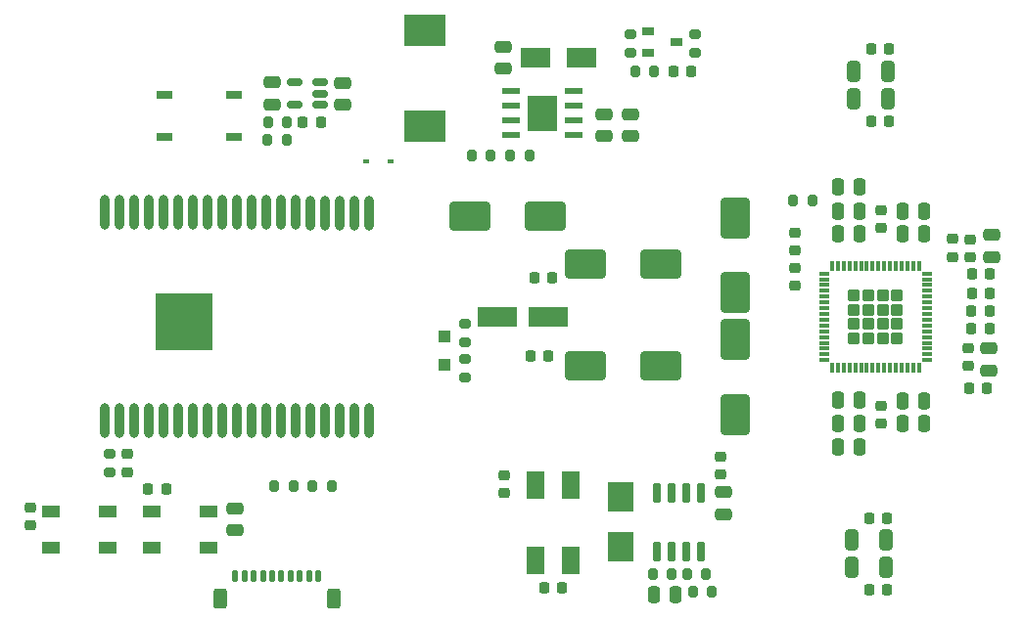
<source format=gbr>
G04 #@! TF.GenerationSoftware,KiCad,Pcbnew,(6.0.5-0)*
G04 #@! TF.CreationDate,2022-06-13T22:11:16+02:00*
G04 #@! TF.ProjectId,muVox,6d75566f-782e-46b6-9963-61645f706362,rev?*
G04 #@! TF.SameCoordinates,Original*
G04 #@! TF.FileFunction,Paste,Top*
G04 #@! TF.FilePolarity,Positive*
%FSLAX46Y46*%
G04 Gerber Fmt 4.6, Leading zero omitted, Abs format (unit mm)*
G04 Created by KiCad (PCBNEW (6.0.5-0)) date 2022-06-13 22:11:16*
%MOMM*%
%LPD*%
G01*
G04 APERTURE LIST*
G04 Aperture macros list*
%AMRoundRect*
0 Rectangle with rounded corners*
0 $1 Rounding radius*
0 $2 $3 $4 $5 $6 $7 $8 $9 X,Y pos of 4 corners*
0 Add a 4 corners polygon primitive as box body*
4,1,4,$2,$3,$4,$5,$6,$7,$8,$9,$2,$3,0*
0 Add four circle primitives for the rounded corners*
1,1,$1+$1,$2,$3*
1,1,$1+$1,$4,$5*
1,1,$1+$1,$6,$7*
1,1,$1+$1,$8,$9*
0 Add four rect primitives between the rounded corners*
20,1,$1+$1,$2,$3,$4,$5,0*
20,1,$1+$1,$4,$5,$6,$7,0*
20,1,$1+$1,$6,$7,$8,$9,0*
20,1,$1+$1,$8,$9,$2,$3,0*%
G04 Aperture macros list end*
%ADD10RoundRect,0.250000X-0.475000X0.250000X-0.475000X-0.250000X0.475000X-0.250000X0.475000X0.250000X0*%
%ADD11RoundRect,0.225000X-0.225000X-0.250000X0.225000X-0.250000X0.225000X0.250000X-0.225000X0.250000X0*%
%ADD12RoundRect,0.225000X-0.250000X0.225000X-0.250000X-0.225000X0.250000X-0.225000X0.250000X0.225000X0*%
%ADD13RoundRect,0.250000X0.475000X-0.250000X0.475000X0.250000X-0.475000X0.250000X-0.475000X-0.250000X0*%
%ADD14RoundRect,0.218750X-0.218750X-0.256250X0.218750X-0.256250X0.218750X0.256250X-0.218750X0.256250X0*%
%ADD15R,1.498600X2.489200*%
%ADD16RoundRect,0.150000X0.150000X-0.725000X0.150000X0.725000X-0.150000X0.725000X-0.150000X-0.725000X0*%
%ADD17R,1.000000X0.700000*%
%ADD18RoundRect,0.200000X-0.200000X-0.275000X0.200000X-0.275000X0.200000X0.275000X-0.200000X0.275000X0*%
%ADD19RoundRect,0.200000X0.200000X0.275000X-0.200000X0.275000X-0.200000X-0.275000X0.200000X-0.275000X0*%
%ADD20RoundRect,0.200000X0.275000X-0.200000X0.275000X0.200000X-0.275000X0.200000X-0.275000X-0.200000X0*%
%ADD21R,1.450000X0.700000*%
%ADD22RoundRect,0.150000X0.512500X0.150000X-0.512500X0.150000X-0.512500X-0.150000X0.512500X-0.150000X0*%
%ADD23RoundRect,0.250000X0.250000X0.475000X-0.250000X0.475000X-0.250000X-0.475000X0.250000X-0.475000X0*%
%ADD24RoundRect,0.225000X0.250000X-0.225000X0.250000X0.225000X-0.250000X0.225000X-0.250000X-0.225000X0*%
%ADD25RoundRect,0.250000X-1.500000X-1.000000X1.500000X-1.000000X1.500000X1.000000X-1.500000X1.000000X0*%
%ADD26RoundRect,0.250000X1.000000X-1.500000X1.000000X1.500000X-1.000000X1.500000X-1.000000X-1.500000X0*%
%ADD27R,1.000000X1.000000*%
%ADD28RoundRect,0.225000X0.225000X0.250000X-0.225000X0.250000X-0.225000X-0.250000X0.225000X-0.250000X0*%
%ADD29RoundRect,0.200000X-0.275000X0.200000X-0.275000X-0.200000X0.275000X-0.200000X0.275000X0.200000X0*%
%ADD30RoundRect,0.250000X1.500000X1.000000X-1.500000X1.000000X-1.500000X-1.000000X1.500000X-1.000000X0*%
%ADD31RoundRect,0.250000X-0.325000X-0.650000X0.325000X-0.650000X0.325000X0.650000X-0.325000X0.650000X0*%
%ADD32RoundRect,0.250000X-0.277694X0.277694X-0.277694X-0.277694X0.277694X-0.277694X0.277694X0.277694X0*%
%ADD33RoundRect,0.075000X-0.075000X0.362500X-0.075000X-0.362500X0.075000X-0.362500X0.075000X0.362500X0*%
%ADD34RoundRect,0.075000X-0.362500X0.075000X-0.362500X-0.075000X0.362500X-0.075000X0.362500X0.075000X0*%
%ADD35R,3.600000X2.700000*%
%ADD36RoundRect,0.125000X-0.125000X-0.375000X0.125000X-0.375000X0.125000X0.375000X-0.125000X0.375000X0*%
%ADD37RoundRect,0.250000X-0.350000X-0.600000X0.350000X-0.600000X0.350000X0.600000X-0.350000X0.600000X0*%
%ADD38RoundRect,0.218750X0.218750X0.256250X-0.218750X0.256250X-0.218750X-0.256250X0.218750X-0.256250X0*%
%ADD39R,1.500000X1.000000*%
%ADD40R,1.550000X0.600000*%
%ADD41R,2.600000X3.100000*%
%ADD42R,2.300000X2.500000*%
%ADD43RoundRect,0.250000X-1.000000X1.500000X-1.000000X-1.500000X1.000000X-1.500000X1.000000X1.500000X0*%
%ADD44R,0.600000X0.450000*%
%ADD45R,3.500000X1.800000*%
%ADD46O,0.900000X3.000000*%
%ADD47R,5.000000X5.000000*%
%ADD48R,2.500000X1.800000*%
G04 APERTURE END LIST*
D10*
X140719000Y-67967500D03*
X140719000Y-69867500D03*
X134569000Y-67950600D03*
X134569000Y-69850600D03*
D11*
X158153380Y-111700000D03*
X159703380Y-111700000D03*
D12*
X154678380Y-101956510D03*
X154678380Y-103506510D03*
X173392395Y-100350000D03*
X173392395Y-101900000D03*
D13*
X173642395Y-105300000D03*
X173642395Y-103400000D03*
D14*
X169299100Y-66964600D03*
X170874100Y-66964600D03*
D15*
X157400000Y-109310010D03*
X157400000Y-102807610D03*
X160400000Y-109310010D03*
X160400000Y-102807610D03*
D16*
X167848620Y-108583010D03*
X169118620Y-108583010D03*
X170388620Y-108583010D03*
X171658620Y-108583010D03*
X171658620Y-103433010D03*
X170388620Y-103433010D03*
X169118620Y-103433010D03*
X167848620Y-103433010D03*
D17*
X167150000Y-63500000D03*
X167150000Y-65400000D03*
X169550000Y-64450000D03*
D18*
X170475000Y-110514010D03*
X172125000Y-110514010D03*
D19*
X169150000Y-110500000D03*
X167500000Y-110500000D03*
X167623600Y-67015400D03*
X165973600Y-67015400D03*
D20*
X165616200Y-65376600D03*
X165616200Y-63726600D03*
X171204200Y-65376600D03*
X171204200Y-63726600D03*
D21*
X131258000Y-68988000D03*
X131258000Y-72688000D03*
X125258000Y-68988000D03*
X125258000Y-72688000D03*
D22*
X138787500Y-69850000D03*
X138787500Y-68900000D03*
X138787500Y-67950000D03*
X136512500Y-67950000D03*
X136512500Y-69850000D03*
D23*
X169500000Y-112263990D03*
X167600000Y-112263990D03*
D24*
X179820000Y-82515000D03*
X179820000Y-80965000D03*
D25*
X151690000Y-79502000D03*
X158190000Y-79502000D03*
D23*
X191000000Y-81050000D03*
X189100000Y-81050000D03*
D24*
X113647600Y-106260800D03*
X113647600Y-104710800D03*
D26*
X174620380Y-96715490D03*
X174620380Y-90215490D03*
D24*
X187260000Y-80555000D03*
X187260000Y-79005000D03*
D23*
X191000000Y-95500000D03*
X189100000Y-95500000D03*
D27*
X149500000Y-89925000D03*
X149500000Y-92425000D03*
D28*
X187775000Y-105650000D03*
X186225000Y-105650000D03*
D29*
X151300000Y-91850000D03*
X151300000Y-93500000D03*
D23*
X191000000Y-97500000D03*
X189100000Y-97500000D03*
D30*
X168200000Y-83650000D03*
X161700000Y-83650000D03*
D19*
X172625000Y-112000000D03*
X170975000Y-112000000D03*
D28*
X125422600Y-103110800D03*
X123872600Y-103110800D03*
X187770000Y-111890000D03*
X186220000Y-111890000D03*
X187975000Y-71290000D03*
X186425000Y-71290000D03*
D31*
X184700000Y-107580000D03*
X187650000Y-107580000D03*
D23*
X185400000Y-77010000D03*
X183500000Y-77010000D03*
D29*
X151300000Y-88800000D03*
X151300000Y-90450000D03*
D28*
X196395000Y-94430000D03*
X194845000Y-94430000D03*
D31*
X184695000Y-109940000D03*
X187645000Y-109940000D03*
D18*
X134200000Y-72900000D03*
X135850000Y-72900000D03*
D24*
X122050000Y-101675000D03*
X122050000Y-100125000D03*
D10*
X154620000Y-64860000D03*
X154620000Y-66760000D03*
D31*
X184900000Y-69350000D03*
X187850000Y-69350000D03*
D11*
X156950000Y-91600000D03*
X158500000Y-91600000D03*
D28*
X196635000Y-87760000D03*
X195085000Y-87760000D03*
D23*
X185400000Y-81050000D03*
X183500000Y-81050000D03*
D19*
X153505000Y-74240000D03*
X151855000Y-74240000D03*
D31*
X184900000Y-66975000D03*
X187850000Y-66975000D03*
D19*
X156855000Y-74250000D03*
X155205000Y-74250000D03*
D32*
X188637500Y-86375000D03*
X188637500Y-90087500D03*
X184925000Y-86375000D03*
X188637500Y-87612500D03*
X184925000Y-88850000D03*
X184925000Y-87612500D03*
X188637500Y-88850000D03*
X186162500Y-88850000D03*
X187400000Y-88850000D03*
X186162500Y-87612500D03*
X186162500Y-90087500D03*
X187400000Y-86375000D03*
X187400000Y-87612500D03*
X186162500Y-86375000D03*
X184925000Y-90087500D03*
X187400000Y-90087500D03*
D33*
X190531250Y-83793750D03*
X190031250Y-83793750D03*
X189531250Y-83793750D03*
X189031250Y-83793750D03*
X188531250Y-83793750D03*
X188031250Y-83793750D03*
X187531250Y-83793750D03*
X187031250Y-83793750D03*
X186531250Y-83793750D03*
X186031250Y-83793750D03*
X185531250Y-83793750D03*
X185031250Y-83793750D03*
X184531250Y-83793750D03*
X184031250Y-83793750D03*
X183531250Y-83793750D03*
X183031250Y-83793750D03*
D34*
X182343750Y-84481250D03*
X182343750Y-84981250D03*
X182343750Y-85481250D03*
X182343750Y-85981250D03*
X182343750Y-86481250D03*
X182343750Y-86981250D03*
X182343750Y-87481250D03*
X182343750Y-87981250D03*
X182343750Y-88481250D03*
X182343750Y-88981250D03*
X182343750Y-89481250D03*
X182343750Y-89981250D03*
X182343750Y-90481250D03*
X182343750Y-90981250D03*
X182343750Y-91481250D03*
X182343750Y-91981250D03*
D33*
X183031250Y-92668750D03*
X183531250Y-92668750D03*
X184031250Y-92668750D03*
X184531250Y-92668750D03*
X185031250Y-92668750D03*
X185531250Y-92668750D03*
X186031250Y-92668750D03*
X186531250Y-92668750D03*
X187031250Y-92668750D03*
X187531250Y-92668750D03*
X188031250Y-92668750D03*
X188531250Y-92668750D03*
X189031250Y-92668750D03*
X189531250Y-92668750D03*
X190031250Y-92668750D03*
X190531250Y-92668750D03*
D34*
X191218750Y-91981250D03*
X191218750Y-91481250D03*
X191218750Y-90981250D03*
X191218750Y-90481250D03*
X191218750Y-89981250D03*
X191218750Y-89481250D03*
X191218750Y-88981250D03*
X191218750Y-88481250D03*
X191218750Y-87981250D03*
X191218750Y-87481250D03*
X191218750Y-86981250D03*
X191218750Y-86481250D03*
X191218750Y-85981250D03*
X191218750Y-85481250D03*
X191218750Y-84981250D03*
X191218750Y-84481250D03*
D35*
X147828000Y-63414000D03*
X147828000Y-71714000D03*
D36*
X131400000Y-110650000D03*
X132200000Y-110650000D03*
X133000000Y-110650000D03*
X133800000Y-110650000D03*
X134600000Y-110650000D03*
X135400000Y-110650000D03*
X136200000Y-110650000D03*
X137000000Y-110650000D03*
X137800000Y-110650000D03*
X138600000Y-110650000D03*
D37*
X139900000Y-112600000D03*
X130100000Y-112600000D03*
D38*
X138800000Y-71400000D03*
X137225000Y-71400000D03*
D29*
X120550000Y-100050000D03*
X120550000Y-101700000D03*
D24*
X179820000Y-85555000D03*
X179820000Y-84005000D03*
D39*
X115475200Y-105050000D03*
X115475200Y-108250000D03*
X120375200Y-108250000D03*
X120375200Y-105050000D03*
D13*
X196790000Y-83040000D03*
X196790000Y-81140000D03*
D40*
X155288000Y-68707000D03*
X155288000Y-69977000D03*
X155288000Y-71247000D03*
X155288000Y-72517000D03*
X160688000Y-72517000D03*
X160688000Y-71247000D03*
X160688000Y-69977000D03*
X160688000Y-68707000D03*
D41*
X157988000Y-70612000D03*
D23*
X185400000Y-97450000D03*
X183500000Y-97450000D03*
D42*
X164700000Y-108100000D03*
X164700000Y-103800000D03*
D23*
X185400000Y-95400000D03*
X183500000Y-95400000D03*
D28*
X187975000Y-65030000D03*
X186425000Y-65030000D03*
D18*
X134225000Y-71400000D03*
X135875000Y-71400000D03*
X179665000Y-78160000D03*
X181315000Y-78160000D03*
D30*
X168200000Y-92500000D03*
X161700000Y-92500000D03*
D43*
X174620380Y-79657990D03*
X174620380Y-86157990D03*
D18*
X134811000Y-102870000D03*
X136461000Y-102870000D03*
D10*
X131350000Y-104800000D03*
X131350000Y-106700000D03*
D24*
X194800000Y-92510000D03*
X194800000Y-90960000D03*
D18*
X138113000Y-102870000D03*
X139763000Y-102870000D03*
D10*
X196540000Y-90970000D03*
X196540000Y-92870000D03*
D24*
X193460000Y-83045000D03*
X193460000Y-81495000D03*
D10*
X165608000Y-70678000D03*
X165608000Y-72578000D03*
D23*
X185400000Y-79050000D03*
X183500000Y-79050000D03*
D24*
X195000000Y-83060000D03*
X195000000Y-81510000D03*
D12*
X187290000Y-95935000D03*
X187290000Y-97485000D03*
D11*
X195140000Y-84550000D03*
X196690000Y-84550000D03*
D39*
X124200000Y-105050000D03*
X124200000Y-108250000D03*
X129100000Y-108250000D03*
X129100000Y-105050000D03*
D44*
X142760000Y-74760000D03*
X144860000Y-74760000D03*
D45*
X154050000Y-88200000D03*
X158450000Y-88200000D03*
D11*
X157250000Y-84850000D03*
X158800000Y-84850000D03*
D46*
X120090000Y-97231250D03*
X121360000Y-97231250D03*
X122630000Y-97231250D03*
X123900000Y-97231250D03*
X125170000Y-97231250D03*
X126440000Y-97231250D03*
X127710000Y-97231250D03*
X128980000Y-97231250D03*
X130250000Y-97231250D03*
X131520000Y-97231250D03*
X132790000Y-97231250D03*
X134060000Y-97231250D03*
X135330000Y-97231250D03*
X136600000Y-97231250D03*
X137900000Y-97231250D03*
X139170000Y-97231250D03*
X140440000Y-97231250D03*
X141710000Y-97231250D03*
X142980000Y-97231250D03*
X142980000Y-79231250D03*
X141710000Y-79231250D03*
X140440000Y-79231250D03*
X139170000Y-79231250D03*
X137900000Y-79231250D03*
X136600000Y-79201250D03*
X135330000Y-79201250D03*
X134060000Y-79201250D03*
X132790000Y-79201250D03*
X131520000Y-79201250D03*
X130250000Y-79201250D03*
X128980000Y-79201250D03*
X127710000Y-79201250D03*
X126440000Y-79201250D03*
X125170000Y-79201250D03*
X123900000Y-79201250D03*
X122630000Y-79201250D03*
X121360000Y-79201250D03*
X120090000Y-79201250D03*
D47*
X127010000Y-88631250D03*
D10*
X163322000Y-70678000D03*
X163322000Y-72578000D03*
D11*
X195075000Y-89280000D03*
X196625000Y-89280000D03*
D23*
X185400000Y-99460000D03*
X183500000Y-99460000D03*
D48*
X161370000Y-65810000D03*
X157370000Y-65810000D03*
D23*
X191000000Y-79050000D03*
X189100000Y-79050000D03*
D11*
X195100000Y-86240000D03*
X196650000Y-86240000D03*
M02*

</source>
